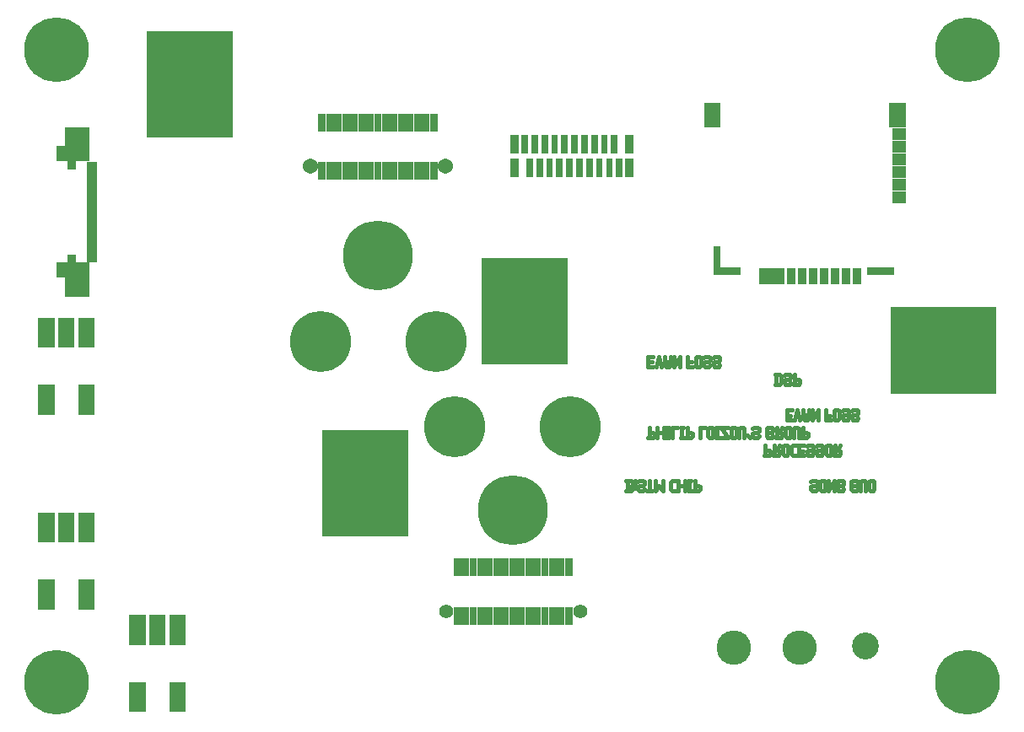
<source format=gbs>
G04 start of page 7 for group -4062 idx -4062 *
G04 Title: (unknown), soldermask *
G04 Creator: pcb 20110918 *
G04 CreationDate: Thu May 15 21:16:40 2014 UTC *
G04 For: fosse *
G04 Format: Gerber/RS-274X *
G04 PCB-Dimensions: 550000 450000 *
G04 PCB-Coordinate-Origin: lower left *
%MOIN*%
%FSLAX25Y25*%
%LNBOTTOMMASK*%
%ADD91R,0.0336X0.0336*%
%ADD90R,0.0277X0.0277*%
%ADD89R,0.0651X0.0651*%
%ADD88R,0.0454X0.0454*%
%ADD87C,0.0180*%
%ADD86R,0.0651X0.0651*%
%ADD85R,0.0297X0.0297*%
%ADD84R,0.0966X0.0966*%
%ADD83R,0.0435X0.0435*%
%ADD82R,0.0218X0.0218*%
%ADD81R,0.0297X0.0297*%
%ADD80R,0.0336X0.0336*%
%ADD79R,0.0257X0.0257*%
%ADD78R,0.0258X0.0258*%
%ADD77R,0.3407X0.3407*%
%ADD76C,0.1360*%
%ADD75C,0.1062*%
%ADD74C,0.0554*%
%ADD73C,0.0604*%
%ADD72C,0.2560*%
%ADD71C,0.2410*%
%ADD70C,0.2760*%
G54D70*X239910Y206240D03*
X186500Y307000D03*
G54D71*X262410Y239240D03*
X216910D03*
X209350Y273000D03*
X163850D03*
G54D72*X59609Y388338D03*
G54D73*X159926Y342206D03*
G54D72*X59609Y138338D03*
G54D73*X213076Y342206D03*
G54D74*X266485Y166444D03*
X213335D03*
G54D75*X379000Y152500D03*
G54D72*X419609Y138338D03*
G54D76*X327110Y152090D03*
X353110D03*
X327109Y152088D03*
X353109D03*
G54D72*X419609Y388338D03*
G54D77*X244439Y288821D02*Y280946D01*
G54D78*X279942Y353400D02*Y348676D01*
G54D79*X281910Y343951D02*Y339226D01*
X277973Y343951D02*Y339226D01*
G54D78*X276005Y353400D02*Y348676D01*
X272068Y353400D02*Y348676D01*
G54D79*X274036Y343951D02*Y339226D01*
X270099Y343951D02*Y339226D01*
G54D80*X285847Y353006D02*Y349069D01*
Y343557D02*Y339620D01*
G54D78*X268131Y353400D02*Y348676D01*
G54D79*X266162Y343951D02*Y339226D01*
G54D78*X262225Y343951D02*Y339227D01*
X264194Y353400D02*Y348676D01*
X260257Y353400D02*Y348676D01*
X256320Y353400D02*Y348676D01*
X258288Y343951D02*Y339227D01*
X254351Y343951D02*Y339227D01*
X250414Y343951D02*Y339227D01*
X246477Y343951D02*Y339227D01*
X252383Y353400D02*Y348676D01*
X248446Y353400D02*Y348676D01*
X244509Y353400D02*Y348676D01*
G54D80*X240571Y353006D02*Y349069D01*
Y343557D02*Y339620D01*
G54D81*X208548Y361458D02*Y357402D01*
X205398Y361458D02*Y357402D01*
X202248Y361458D02*Y357402D01*
X199099Y361458D02*Y357402D01*
X208548Y342363D02*Y338308D01*
X205398Y342363D02*Y338308D01*
X202248Y342363D02*Y338308D01*
X199099Y342363D02*Y338308D01*
G54D82*X72545Y342941D02*X74513D01*
X72545Y340973D02*X74513D01*
G54D77*X112061Y378554D02*Y370679D01*
G54D82*X72545Y311445D02*X74513D01*
X72545Y313414D02*X74513D01*
X72545Y315382D02*X74513D01*
X72544Y315380D02*X74512D01*
X72545Y317351D02*X74513D01*
X72544Y317349D02*X74512D01*
X72545Y319319D02*X74513D01*
X72544Y319317D02*X74512D01*
X72545Y321288D02*X74513D01*
X72544Y321286D02*X74512D01*
X72544Y311443D02*X74512D01*
X72544Y313412D02*X74512D01*
G54D80*X65497Y305737D02*Y304949D01*
G54D82*X72544Y305538D02*X74512D01*
X72545Y305540D02*X74513D01*
X72545Y307508D02*X74513D01*
X72545Y309477D02*X74513D01*
X72544Y307506D02*X74512D01*
X72544Y309475D02*X74512D01*
G54D80*X65496Y305735D02*Y304947D01*
G54D83*X61619Y348158D02*Y346386D01*
G54D84*X67623Y352980D02*Y349043D01*
G54D83*X61618Y348156D02*Y346384D01*
G54D84*X67622Y352978D02*Y349041D01*
G54D82*X72545Y323256D02*X74513D01*
X72545Y325225D02*X74513D01*
X72545Y327193D02*X74513D01*
X72544Y323254D02*X74512D01*
X72544Y325223D02*X74512D01*
X72544Y327191D02*X74512D01*
X72545Y329162D02*X74513D01*
X72545Y331130D02*X74513D01*
X72544Y329160D02*X74512D01*
X72544Y331128D02*X74512D01*
G54D80*X65497Y343532D02*Y342744D01*
X65496Y343530D02*Y342742D01*
G54D82*X72545Y337036D02*X74513D01*
X72545Y339004D02*X74513D01*
X72544Y337034D02*X74512D01*
X72544Y342939D02*X74512D01*
X72544Y340971D02*X74512D01*
X72544Y339002D02*X74512D01*
X72545Y333099D02*X74513D01*
X72545Y335067D02*X74513D01*
X72544Y333097D02*X74512D01*
X72544Y335065D02*X74512D01*
G54D81*X164453Y361458D02*Y357402D01*
Y342363D02*Y338308D01*
X167603Y361458D02*Y357402D01*
Y342363D02*Y338308D01*
X170752Y361458D02*Y357402D01*
Y342363D02*Y338308D01*
X173902Y361458D02*Y357402D01*
X177051Y361458D02*Y357402D01*
G54D85*X180202Y361458D02*Y357403D01*
G54D81*X183351Y361458D02*Y357402D01*
X186500Y361458D02*Y357402D01*
X189650Y361458D02*Y357402D01*
X192799Y361458D02*Y357402D01*
G54D85*X195950Y361458D02*Y357403D01*
G54D81*X173902Y342363D02*Y338308D01*
X177051Y342363D02*Y338308D01*
G54D85*X180202Y342363D02*Y338309D01*
G54D81*X183351Y342363D02*Y338308D01*
X186500Y342363D02*Y338308D01*
X189650Y342363D02*Y338308D01*
X192799Y342363D02*Y338308D01*
G54D85*X195950Y342363D02*Y338309D01*
G54D86*X71283Y202183D02*Y196868D01*
X63409Y202183D02*Y196868D01*
X55535Y202183D02*Y196868D01*
X71283Y175608D02*Y170293D01*
Y252608D02*Y247293D01*
X55535Y175608D02*Y170293D01*
Y252608D02*Y247293D01*
G54D83*X61619Y302095D02*Y300323D01*
G54D84*X67622Y299437D02*Y295500D01*
G54D83*X61618Y302093D02*Y300321D01*
G54D84*X67621Y299435D02*Y295498D01*
G54D86*X71283Y279183D02*Y273868D01*
X63409Y279183D02*Y273868D01*
X55535Y279183D02*Y273868D01*
G54D77*X181561Y221054D02*Y213179D01*
G54D86*X107283Y161683D02*Y156368D01*
X99409Y161683D02*Y156368D01*
X91535Y161683D02*Y156368D01*
X107283Y135108D02*Y129793D01*
X91535Y135108D02*Y129793D01*
G54D81*X261957Y185696D02*Y181640D01*
X258807Y185696D02*Y181640D01*
X255657Y185696D02*Y181640D01*
X252508Y185696D02*Y181640D01*
G54D85*X249359Y185696D02*Y181641D01*
G54D81*X261957Y166601D02*Y162546D01*
X258807Y166601D02*Y162546D01*
X255657Y166601D02*Y162546D01*
X252508Y166601D02*Y162546D01*
G54D85*X249359Y166601D02*Y162547D01*
G54D81*X217862Y185696D02*Y181640D01*
X221012Y185696D02*Y181640D01*
X224161Y185696D02*Y181640D01*
X227311Y185696D02*Y181640D01*
X230460Y185696D02*Y181640D01*
G54D85*X233611Y185696D02*Y181641D01*
G54D81*X236760Y185696D02*Y181640D01*
X239909Y185696D02*Y181640D01*
X243059Y185696D02*Y181640D01*
X246208Y185696D02*Y181640D01*
X217862Y166601D02*Y162546D01*
X221012Y166601D02*Y162546D01*
X224161Y166601D02*Y162546D01*
X227311Y166601D02*Y162546D01*
X230460Y166601D02*Y162546D01*
G54D85*X233611Y166601D02*Y162547D01*
G54D81*X236760Y166601D02*Y162546D01*
X239909Y166601D02*Y162546D01*
X243059Y166601D02*Y162546D01*
X246208Y166601D02*Y162546D01*
G54D87*X380500Y217500D02*X381000Y218000D01*
X378800D02*X379300Y217500D01*
X377800Y218000D02*X378800D01*
X377300Y217500D02*X377800Y218000D01*
X381000D02*X382000D01*
X382500Y217500D01*
X380500Y214500D02*X381000Y214000D01*
X380500Y217500D02*Y214500D01*
X382500Y217500D02*Y214500D01*
X382000Y214000D02*X382500Y214500D01*
X381000Y214000D02*X382000D01*
X379300Y217500D02*Y214000D01*
X377300Y217500D02*Y214000D01*
X375600D02*X376100Y214500D01*
X374100Y214000D02*X375600D01*
X373600Y214500D02*X374100Y214000D01*
X373600Y217500D02*Y214500D01*
Y217500D02*X374100Y218000D01*
X375600D01*
X376100Y217500D01*
Y216500D01*
X375600Y216000D02*X376100Y216500D01*
X374600Y216000D02*X375600D01*
X369100D02*X370100D01*
X370600Y216500D01*
Y217500D02*Y216500D01*
X370100Y218000D02*X370600Y217500D01*
X368600Y218000D02*X370100D01*
X368100Y217500D02*X368600Y218000D01*
X368100Y217500D02*Y214500D01*
X368600Y214000D01*
X370100D01*
X370600Y214500D01*
G54D80*X371488Y300163D02*Y297407D01*
X375819Y300163D02*Y297407D01*
G54D88*X392099Y329888D02*X392846D01*
X392099Y334888D02*X392846D01*
X392099Y339888D02*X392846D01*
X392099Y344888D02*X392846D01*
X392099Y349888D02*X392846D01*
X392099Y354888D02*X392846D01*
G54D85*X381251Y300753D02*X389125D01*
G54D86*X391882Y364160D02*Y361010D01*
G54D87*X366900Y218000D02*Y214000D01*
X364400D02*X366900Y218000D01*
X364400D02*Y214000D01*
X361700D02*X362700D01*
X363200Y214500D01*
Y217500D02*Y214500D01*
X362700Y218000D02*X363200Y217500D01*
X361700Y218000D02*X362700D01*
X364000Y228000D02*X365000D01*
X366700D02*X368700D01*
X369200Y228500D01*
Y229500D02*Y228500D01*
X368700Y230000D02*X369200Y229500D01*
X367200Y230000D02*X368700D01*
X363500Y228500D02*X364000Y228000D01*
X361800D02*X362300Y228500D01*
X363500Y231500D02*Y228500D01*
X365500Y231500D02*Y228500D01*
X365000Y228000D02*X365500Y228500D01*
X367200Y232000D02*Y228000D01*
X368000Y230000D02*X369200Y232000D01*
X363500Y231500D02*X364000Y232000D01*
X365000D01*
X365500Y231500D01*
X361800Y232000D02*X362300Y231500D01*
Y230500D01*
X361800Y230000D02*X362300Y230500D01*
X361200Y217500D02*X361700Y218000D01*
X361200Y217500D02*Y214500D01*
X361700Y214000D01*
X357500Y217500D02*X358000Y218000D01*
X359500D01*
X360000Y217500D01*
Y216500D01*
X359500Y216000D02*X360000Y216500D01*
X358000Y216000D02*X359500D01*
X357500Y215500D02*X358000Y216000D01*
X357500Y215500D02*Y214500D01*
X358000Y214000D01*
X359500D01*
X360000Y214500D01*
X347000Y228000D02*X348000D01*
X346500Y228500D02*X347000Y228000D01*
X348000Y232000D02*X348500Y231500D01*
Y228500D01*
X348000Y228000D02*X348500Y228500D01*
X346500Y231500D02*Y228500D01*
Y231500D02*X347000Y232000D01*
X348000D01*
X345300Y229500D02*Y228500D01*
X344800Y230000D02*X345300Y229500D01*
X352900Y228000D02*X354900D01*
X350400D02*X351700D01*
X349700Y228700D02*X350400Y228000D01*
X349700Y231300D02*Y228700D01*
Y231300D02*X350400Y232000D01*
X351700D01*
X352900D02*Y228000D01*
Y232000D02*X354900D01*
X352900Y229800D02*X354400D01*
X356100Y229500D02*X356600Y230000D01*
X356100Y229500D02*Y228500D01*
X356600Y228000D01*
X358100D01*
X358600Y228500D01*
X359800Y229500D02*Y228500D01*
X360300Y228000D01*
X361800D01*
X356100Y231500D02*X356600Y232000D01*
X358100D01*
X358600Y231500D01*
X358100Y230000D02*X358600Y230500D01*
X356600Y230000D02*X358100D01*
X358600Y231500D02*Y230500D01*
X359800Y231500D02*X360300Y232000D01*
X361800D01*
X360300Y230000D02*X361800D01*
X359800Y229500D02*X360300Y230000D01*
X339100Y228000D02*X341100D01*
X342800D02*X344800D01*
X345300Y228500D01*
X341100Y228000D02*X341600Y228500D01*
Y229500D02*Y228500D01*
X341100Y230000D02*X341600Y229500D01*
X339600Y230000D02*X341100D01*
X339600Y232000D02*Y228000D01*
X343300Y230000D02*X344800D01*
X343300Y232000D02*Y228000D01*
X344100Y230000D02*X345300Y232000D01*
X335100Y237000D02*X336600D01*
X337100Y237500D01*
Y238500D02*Y237500D01*
X336600Y239000D02*X337100Y238500D01*
X335100Y239000D02*X336600D01*
X334600Y238500D02*X335100Y239000D01*
X340100Y238500D02*Y235500D01*
X340600Y235000D01*
G54D89*X318653Y364160D02*Y361010D01*
G54D85*X320621Y300753D02*X328299D01*
G54D90*X320523Y309317D02*Y300655D01*
G54D87*X341100Y237000D02*X342100D01*
X342600Y237500D01*
Y238500D02*Y237500D01*
X342100Y239000D02*X342600Y238500D01*
X340600Y239000D02*X342100D01*
X340100Y238500D02*X340600Y239000D01*
Y235000D02*X342100D01*
X342600Y235500D01*
X343800Y235000D02*X345800D01*
X346300Y235500D01*
Y236500D02*Y235500D01*
X345800Y237000D02*X346300Y236500D01*
X344300Y237000D02*X345800D01*
X344300Y239000D02*Y235000D01*
X345100Y237000D02*X346300Y239000D01*
X348000Y235000D02*X349000D01*
X347500Y235500D02*X348000Y235000D01*
X347500Y238500D02*Y235500D01*
Y238500D02*X348000Y239000D01*
X349000D01*
X349500Y238500D01*
Y235500D01*
X349000Y235000D02*X349500Y235500D01*
X353900Y235000D02*X355900D01*
X356400Y235500D01*
Y236500D02*Y235500D01*
X355900Y237000D02*X356400Y236500D01*
X354400Y237000D02*X355900D01*
X354400Y239000D02*Y235000D01*
X350700Y238500D02*Y235000D01*
Y238500D02*X351200Y239000D01*
X352200D01*
X352700Y238500D01*
Y235000D01*
G54D80*X338811Y300163D02*Y297407D01*
G54D91*X342157Y300162D02*Y297408D01*
G54D80*X345504Y300163D02*Y297407D01*
X349835Y300163D02*Y297407D01*
X354165Y300163D02*Y297407D01*
X358496Y300163D02*Y297407D01*
X362827Y300163D02*Y297407D01*
G54D91*X367157Y300162D02*Y297408D01*
G54D87*X375700Y242000D02*X376200Y242500D01*
X374200Y242000D02*X375700D01*
X374200Y244000D02*X375700D01*
X376200Y244500D01*
Y245500D02*Y244500D01*
X375700Y246000D02*X376200Y245500D01*
X374200Y246000D02*X375700D01*
X373700Y245500D02*X374200Y246000D01*
G54D77*X406063Y269500D02*X413938D01*
G54D87*X373700Y242500D02*X374200Y242000D01*
X373700Y243500D02*Y242500D01*
X372000Y242000D02*X372500Y242500D01*
X370500Y242000D02*X372000D01*
X373700Y243500D02*X374200Y244000D01*
X370500D02*X372000D01*
X372500Y244500D01*
Y245500D02*Y244500D01*
X372000Y246000D02*X372500Y245500D01*
X370000Y242500D02*X370500Y242000D01*
X370000Y243500D02*Y242500D01*
Y243500D02*X370500Y244000D01*
X368300Y242000D02*X368800Y242500D01*
X370500Y246000D02*X372000D01*
X370000Y245500D02*X370500Y246000D01*
X368800Y245500D02*Y242500D01*
X368300Y246000D02*X368800Y245500D01*
X367300Y246000D02*X368300D01*
X367300Y242000D02*X368300D01*
X366800Y245500D02*X367300Y246000D01*
X366800Y245500D02*Y242500D01*
X367300Y242000D01*
X363600D02*X365600D01*
X363600Y246000D02*Y242000D01*
Y243800D02*X365100D01*
X358100Y242000D02*X360600Y246000D01*
Y242000D01*
X358100Y246000D02*Y242000D01*
X356900Y246000D02*Y243000D01*
X356200Y242000D02*X356900Y243000D01*
X355100Y242000D02*X356200D01*
X354400Y244000D02*X356900D01*
X354400Y246000D02*Y243000D01*
X352200Y246000D02*X353200Y242000D01*
X351200D02*X352200Y246000D01*
X348000D02*Y242000D01*
Y246000D02*X350000D01*
X348000Y243800D02*X349500D01*
X354400Y243000D02*X355100Y242000D01*
X348000D02*X350000D01*
X309000Y214000D02*X310000D01*
X309500Y218000D02*Y214000D01*
X309000Y218000D02*X310000D01*
X311200Y214000D02*X313200D01*
X313700Y214500D01*
Y215500D02*Y214500D01*
X313200Y216000D02*X313700Y215500D01*
X311700Y216000D02*X313200D01*
X311700Y218000D02*Y214000D01*
X302800D02*X304100D01*
X302100Y214700D02*X302800Y214000D01*
X302100Y217300D02*Y214700D01*
Y217300D02*X302800Y218000D01*
X304100D01*
X305300D02*Y214000D01*
Y216000D02*X307800D01*
Y218000D02*Y214000D01*
X284500D02*X286500D01*
X287000Y214500D01*
X286500Y218000D02*X287000Y217500D01*
X284500Y218000D02*X286500D01*
X285000D02*Y214000D01*
X287000Y215300D02*Y214500D01*
X286500Y215800D02*X287000Y215300D01*
X286500Y215800D02*X287000Y216300D01*
Y217500D02*Y216300D01*
X285000Y215800D02*X286500D01*
X288200Y215100D02*Y215000D01*
Y218000D02*Y216500D01*
X289200Y215500D02*X289700Y216000D01*
X289200Y215500D02*Y214500D01*
X289700Y214000D01*
X289200Y217500D02*X289700Y218000D01*
X291200D01*
X291700Y217500D01*
X289700Y216000D02*X291200D01*
X289700Y214000D02*X291200D01*
X291700Y214500D01*
X292900Y214000D02*X294900D01*
X291700Y217500D02*Y216500D01*
X291200Y216000D02*X291700Y216500D01*
X293900Y218000D02*Y214000D01*
X296100Y218000D02*Y214000D01*
X297600Y216000D01*
X299100Y214000D01*
Y218000D02*Y214000D01*
X293200Y235000D02*X295200D01*
X295700Y235500D01*
Y236500D02*Y235500D01*
X295200Y237000D02*X295700Y236500D01*
X293700Y237000D02*X295200D01*
X293700Y239000D02*Y235000D01*
X296900Y239000D02*Y235000D01*
X299400Y239000D02*Y235000D01*
X296900Y237000D02*X299400D01*
X300600Y235000D02*X301600D01*
X301100Y239000D02*Y235000D01*
X302800Y239000D02*Y235000D01*
X306500Y239000D02*Y235000D01*
X306000Y239000D02*X307000D01*
X300600D02*X301600D01*
X302800D02*X304800D01*
X306000Y235000D02*X307000D01*
X308200D02*X310200D01*
X310700Y235500D01*
Y236500D02*Y235500D01*
X310200Y237000D02*X310700Y236500D01*
X308700Y237000D02*X310200D01*
X308700Y239000D02*Y235000D01*
X313700Y239000D02*Y235000D01*
Y239000D02*X315700D01*
X316900Y235500D02*X317400Y235000D01*
X316900Y238500D02*Y235500D01*
X318400Y235000D02*X318900Y235500D01*
X317400Y235000D02*X318400D01*
X316900Y238500D02*X317400Y239000D01*
X318400D01*
X318900Y238500D01*
Y235500D01*
X320100Y235000D02*X321100D01*
X320600Y239000D02*Y235000D01*
X320100Y239000D02*X321100D01*
X322300Y235000D02*X324800D01*
X322300Y239000D02*X324800Y235000D01*
X322300Y239000D02*X324800D01*
X326500D02*X327500D01*
X328000Y238500D01*
Y235500D01*
X327500Y235000D02*X328000Y235500D01*
X326000D02*X326500Y235000D01*
X326000Y238500D02*Y235500D01*
Y238500D02*X326500Y239000D01*
Y235000D02*X327500D01*
X329200Y238500D02*Y235000D01*
X331200Y238500D02*Y235000D01*
X329200Y238500D02*X329700Y239000D01*
X330700D01*
X331200Y238500D01*
X332400Y236000D02*X333400Y235000D01*
X336600D02*X337100Y235500D01*
X335100Y235000D02*X336600D01*
X334600Y235500D02*X335100Y235000D01*
X334600Y236500D02*Y235500D01*
Y236500D02*X335100Y237000D01*
X343400Y260100D02*X345200D01*
X345900Y259400D01*
Y256800D01*
X345200Y256100D02*X345900Y256800D01*
X343400Y256100D02*X345200D01*
X343900Y260100D02*Y256100D01*
X347100Y259600D02*X347600Y260100D01*
X349100D01*
X349600Y259600D01*
Y258600D01*
X349100Y258100D02*X349600Y258600D01*
X347600Y258100D02*X349100D01*
X347100Y257600D02*X347600Y258100D01*
X347100Y257600D02*Y256600D01*
X347600Y256100D01*
X349100D01*
X349600Y256600D01*
X350800Y256100D02*X352800D01*
X353300Y256600D01*
Y257600D02*Y256600D01*
X352800Y258100D02*X353300Y257600D01*
X351300Y258100D02*X352800D01*
X351300Y260100D02*Y256100D01*
X321000Y263100D02*X321500Y263600D01*
X319500Y263100D02*X321000D01*
X319000Y263600D02*X319500Y263100D01*
X319000Y264600D02*Y263600D01*
Y264600D02*X319500Y265100D01*
X321000D01*
X321500Y265600D01*
Y266600D02*Y265600D01*
X321000Y267100D02*X321500Y266600D01*
X319500Y267100D02*X321000D01*
X319000Y266600D02*X319500Y267100D01*
X315800Y265100D02*X317300D01*
X317800Y265600D01*
Y266600D02*Y265600D01*
X317300Y267100D02*X317800Y266600D01*
X315800Y267100D02*X317300D01*
X315300Y266600D02*X315800Y267100D01*
X317300Y263100D02*X317800Y263600D01*
X315800Y263100D02*X317300D01*
X315300Y263600D02*X315800Y263100D01*
X315300Y264600D02*Y263600D01*
X313600Y263100D02*X314100Y263600D01*
X315300Y264600D02*X315800Y265100D01*
X314100Y266600D02*Y263600D01*
X313600Y267100D02*X314100Y266600D01*
X312600Y267100D02*X313600D01*
X312100Y266600D02*X312600Y267100D01*
X312100Y266600D02*Y263600D01*
X312600Y263100D01*
X313600D01*
X308900Y264900D02*X310400D01*
X308900Y263100D02*X310900D01*
X308900Y267100D02*Y263100D01*
X303400D02*X305900Y267100D01*
Y263100D01*
X303400Y267100D02*Y263100D01*
X302200Y267100D02*Y264100D01*
X301500Y263100D02*X302200Y264100D01*
X299700Y267100D02*Y264100D01*
X300400Y263100D01*
X301500D01*
X299700Y265100D02*X302200D01*
X297500Y267100D02*X298500Y263100D01*
X296500D02*X297500Y267100D01*
X293300Y263100D02*X295300D01*
X293300Y267100D02*Y263100D01*
Y267100D02*X295300D01*
X293300Y264900D02*X294800D01*
M02*

</source>
